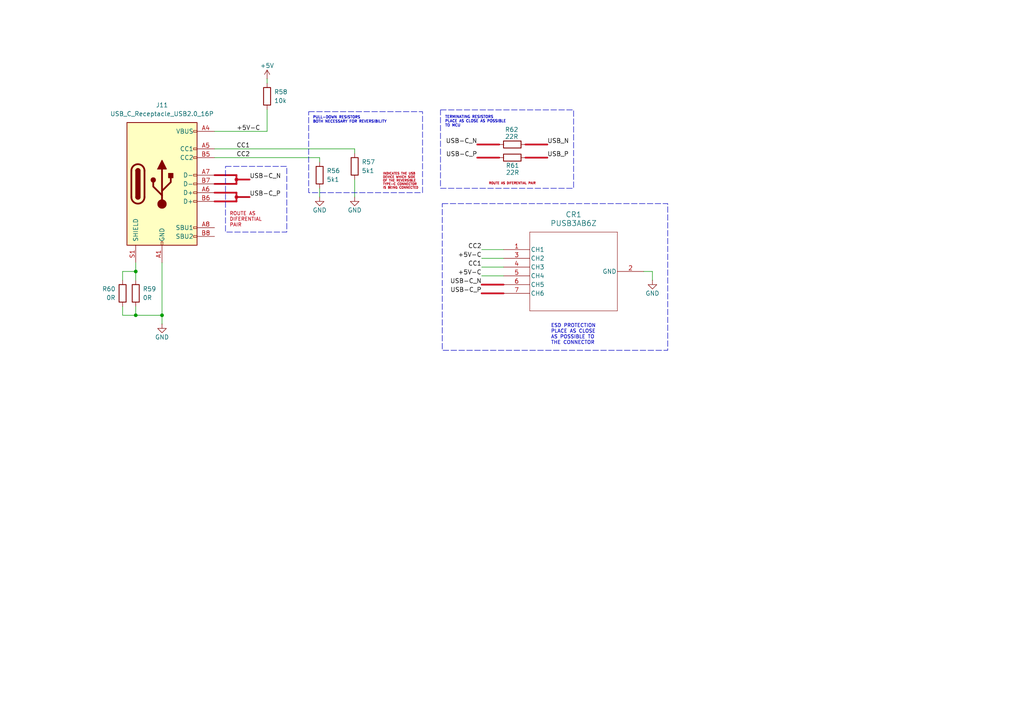
<source format=kicad_sch>
(kicad_sch (version 20231120) (generator "eeschema") (generator_version "8.0")
  (paper "A4")
  (lib_symbols
    (symbol "Connector:USB_C_Receptacle_USB2.0_16P" (pin_names (offset 1.016))
      (property "Reference" "J" (at 0 22.225 0))
      (property "Value" "USB_C_Receptacle_USB2.0_16P" (at 0 19.685 0))
      (symbol "USB_C_Receptacle_USB2.0_16P_0_0"
        (rectangle (start -0.254 -17.78) (end 0.254 -16.764))
        (rectangle (start 10.16 -14.986) (end 9.144 -15.494))
        (rectangle (start 10.16 -12.446) (end 9.144 -12.954))
        (rectangle (start 10.16 -4.826) (end 9.144 -5.334))
        (rectangle (start 10.16 -2.286) (end 9.144 -2.794))
        (rectangle (start 10.16 0.254) (end 9.144 -0.254))
        (rectangle (start 10.16 2.794) (end 9.144 2.286))
        (rectangle (start 10.16 7.874) (end 9.144 7.366))
        (rectangle (start 10.16 10.414) (end 9.144 9.906))
        (rectangle (start 10.16 15.494) (end 9.144 14.986))
      )
      (symbol "USB_C_Receptacle_USB2.0_16P_0_1"
        (rectangle (start -10.16 17.78) (end 10.16 -17.78) (stroke (width 0.254)) (fill (type background)))
        (arc (start -8.89 -3.81) (mid -6.985 -5.7067) (end -5.08 -3.81) (stroke (width 0.508)))
        (arc (start -7.62 -3.81) (mid -6.985 -4.4423) (end -6.35 -3.81) (stroke (width 0.254)))
        (arc (start -7.62 -3.81) (mid -6.985 -4.4423) (end -6.35 -3.81) (stroke (width 0.254)) (fill (type outline)))
        (rectangle (start -7.62 -3.81) (end -6.35 3.81) (stroke (width 0.254)) (fill (type outline)))
        (arc (start -6.35 3.81) (mid -6.985 4.4423) (end -7.62 3.81) (stroke (width 0.254)))
        (arc (start -6.35 3.81) (mid -6.985 4.4423) (end -7.62 3.81) (stroke (width 0.254)) (fill (type outline)))
        (arc (start -5.08 3.81) (mid -6.985 5.7067) (end -8.89 3.81) (stroke (width 0.508)))
        (circle (center -2.54 1.143) (radius 0.635) (stroke (width 0.254)) (fill (type outline)))
        (circle (center 0 -5.842) (radius 1.27) (fill (type outline)))
        (polyline (pts (xy -8.89 -3.81) (xy -8.89 3.81)) (stroke (width 0.508)))
        (polyline (pts (xy -5.08 3.81) (xy -5.08 -3.81)) (stroke (width 0.508)))
        (polyline (pts (xy 0 -5.842) (xy 0 4.318)) (stroke (width 0.508)))
        (polyline (pts (xy 0 -3.302) (xy -2.54 -0.762) (xy -2.54 0.508)) (stroke (width 0.508)))
        (polyline (pts (xy 0 -2.032) (xy 2.54 0.508) (xy 2.54 1.778)) (stroke (width 0.508)))
        (polyline (pts (xy -1.27 4.318) (xy 0 6.858) (xy 1.27 4.318) (xy -1.27 4.318)) (stroke (width 0.254)) (fill (type outline)))
        (rectangle (start 1.905 1.778) (end 3.175 3.048) (stroke (width 0.254)) (fill (type outline)))
      )
      (symbol "USB_C_Receptacle_USB2.0_16P_1_1"
        (pin passive line (at 0 -22.86 90) (length 5.08) (name "GND") (number "A1"))
        (pin passive line (at 0 -22.86 90) (length 5.08) hide (name "GND") (number "A12"))
        (pin passive line (at 15.24 15.24 180) (length 5.08) (name "VBUS") (number "A4"))
        (pin bidirectional line (at 15.24 10.16 180) (length 5.08) (name "CC1") (number "A5"))
        (pin bidirectional line (at 15.24 -2.54 180) (length 5.08) (name "D+") (number "A6"))
        (pin bidirectional line (at 15.24 2.54 180) (length 5.08) (name "D-") (number "A7"))
        (pin bidirectional line (at 15.24 -12.7 180) (length 5.08) (name "SBU1") (number "A8"))
        (pin passive line (at 15.24 15.24 180) (length 5.08) hide (name "VBUS") (number "A9"))
        (pin passive line (at 0 -22.86 90) (length 5.08) hide (name "GND") (number "B1"))
        (pin passive line (at 0 -22.86 90) (length 5.08) hide (name "GND") (number "B12"))
        (pin passive line (at 15.24 15.24 180) (length 5.08) hide (name "VBUS") (number "B4"))
        (pin bidirectional line (at 15.24 7.62 180) (length 5.08) (name "CC2") (number "B5"))
        (pin bidirectional line (at 15.24 -5.08 180) (length 5.08) (name "D+") (number "B6"))
        (pin bidirectional line (at 15.24 0 180) (length 5.08) (name "D-") (number "B7"))
        (pin bidirectional line (at 15.24 -15.24 180) (length 5.08) (name "SBU2") (number "B8"))
        (pin passive line (at 15.24 15.24 180) (length 5.08) hide (name "VBUS") (number "B9"))
        (pin passive line (at -7.62 -22.86 90) (length 5.08) (name "SHIELD") (number "S1"))
      )
    )
    (symbol "Device:R" (pin_numbers hide) (pin_names (offset 0))
      (property "Reference" "R" (at 2.032 0 90))
      (property "Value" "R" (at 0 0 90))
      (symbol "R_0_1"
        (rectangle (start -1.016 -2.54) (end 1.016 2.54) (stroke (width 0.254)))
      )
      (symbol "R_1_1"
        (pin passive line (at 0 3.81 270) (length 1.27) (name "~") (number "1"))
        (pin passive line (at 0 -3.81 90) (length 1.27) (name "~") (number "2"))
      )
    )
    (symbol "PUSB3AB6Z:PUSB3AB6Z" (pin_names (offset 0.254))
      (property "Reference" "CR1" (at 20.32 10.16 0))
      (property "Value" "PUSB3AB6Z" (at 20.32 7.62 0))
      (symbol "PUSB3AB6Z_0_1"
        (polyline (pts (xy 7.62 -17.78) (xy 33.02 -17.78)) (stroke (width 0.127)))
        (polyline (pts (xy 7.62 5.08) (xy 7.62 -17.78)) (stroke (width 0.127)))
        (polyline (pts (xy 33.02 -17.78) (xy 33.02 5.08)) (stroke (width 0.127)))
        (polyline (pts (xy 33.02 5.08) (xy 7.62 5.08)) (stroke (width 0.127)))
        (pin unspecified line (at 0 0 0) (length 7.62) (name "CH1") (number "1"))
        (pin unspecified line (at 40.64 -6.35 180) (length 7.62) (name "GND") (number "2"))
        (pin unspecified line (at 0 -2.54 0) (length 7.62) (name "CH2") (number "3"))
        (pin unspecified line (at 0 -5.08 0) (length 7.62) (name "CH3") (number "4"))
        (pin unspecified line (at 0 -7.62 0) (length 7.62) (name "CH4") (number "5"))
        (pin unspecified line (at 0 -10.16 0) (length 7.62) (name "CH5") (number "6"))
        (pin unspecified line (at 0 -12.7 0) (length 7.62) (name "CH6") (number "7"))
      )
    )
    (symbol "power:+5V" (power) (pin_numbers hide) (pin_names (offset 0) hide)
      (property "Value" "+5V" (at 0 3.556 0))
      (symbol "+5V_0_1"
        (polyline (pts (xy -0.762 1.27) (xy 0 2.54)))
        (polyline (pts (xy 0 0) (xy 0 2.54)))
        (polyline (pts (xy 0 2.54) (xy 0.762 1.27)))
      )
      (symbol "+5V_1_1"
        (pin power_in line (at 0 0 90) (length 0) (name "~") (number "1"))
      )
    )
    (symbol "power:GND" (power) (pin_numbers hide) (pin_names (offset 0) hide)
      (property "Value" "GND" (at 0 -3.81 0))
      (symbol "GND_0_1"
        (polyline (pts (xy 0 0) (xy 0 -1.27) (xy 1.27 -1.27) (xy 0 -2.54) (xy -1.27 -1.27) (xy 0 -1.27)))
      )
      (symbol "GND_1_1"
        (pin power_in line (at 0 0 270) (length 0) (name "~") (number "1"))
      )
    )
  )
  (junction (at 39.37 91.44))
  (junction (at 46.99 91.44))
  (junction (at 68.58 52.07) (color 190 7 24 1))
  (junction (at 39.37 78.74))
  (junction (at 68.58 57.15) (color 190 7 24 1))
  (wire (pts (xy 139.7 74.93) (xy 146.05 74.93)))
  (wire (pts (xy 139.7 80.01) (xy 146.05 80.01)))
  (wire (pts (xy 62.23 50.8) (xy 68.58 50.8)) (stroke (width 0.508) (color 190 7 24 1)))
  (wire (pts (xy 68.58 52.07) (xy 72.39 52.07)) (stroke (width 0.508) (color 190 7 24 1)))
  (wire (pts (xy 92.71 45.72) (xy 92.71 46.99)))
  (wire (pts (xy 35.56 88.9) (xy 35.56 91.44)))
  (wire (pts (xy 39.37 91.44) (xy 39.37 88.9)))
  (wire (pts (xy 35.56 78.74) (xy 39.37 78.74)))
  (wire (pts (xy 35.56 91.44) (xy 39.37 91.44)))
  (wire (pts (xy 68.58 55.88) (xy 68.58 57.15)) (stroke (width 0.508) (color 190 7 24 1)))
  (wire (pts (xy 39.37 91.44) (xy 46.99 91.44)))
  (wire (pts (xy 68.58 57.15) (xy 72.39 57.15)) (stroke (width 0.508) (color 190 7 24 1)))
  (wire (pts (xy 68.58 58.42) (xy 62.23 58.42)) (stroke (width 0.508) (color 190 7 24 1)))
  (wire (pts (xy 46.99 91.44) (xy 46.99 93.98)))
  (wire (pts (xy 92.71 54.61) (xy 92.71 57.15)))
  (wire (pts (xy 62.23 55.88) (xy 68.58 55.88)) (stroke (width 0.508) (color 190 7 24 1)))
  (wire (pts (xy 62.23 45.72) (xy 92.71 45.72)))
  (wire (pts (xy 68.58 53.34) (xy 62.23 53.34)) (stroke (width 0.508) (color 190 7 24 1)))
  (wire (pts (xy 138.43 41.91) (xy 144.78 41.91)) (stroke (width 0.508) (color 190 7 24 1)))
  (wire (pts (xy 102.87 43.18) (xy 102.87 44.45)))
  (wire (pts (xy 189.23 78.74) (xy 189.23 81.28)))
  (wire (pts (xy 68.58 52.07) (xy 68.58 53.34)) (stroke (width 0.508) (color 190 7 24 1)))
  (wire (pts (xy 139.7 82.55) (xy 146.05 82.55)) (stroke (width 0.508) (color 190 7 24 1)))
  (wire (pts (xy 152.4 45.72) (xy 158.75 45.72)) (stroke (width 0.508) (color 190 7 24 1)))
  (wire (pts (xy 139.7 85.09) (xy 146.05 85.09)) (stroke (width 0.508) (color 190 7 24 1)))
  (wire (pts (xy 152.4 41.91) (xy 158.75 41.91)) (stroke (width 0.508) (color 190 7 24 1)))
  (wire (pts (xy 68.58 50.8) (xy 68.58 52.07)) (stroke (width 0.508) (color 190 7 24 1)))
  (wire (pts (xy 139.7 72.39) (xy 146.05 72.39)))
  (wire (pts (xy 35.56 81.28) (xy 35.56 78.74)))
  (wire (pts (xy 139.7 77.47) (xy 146.05 77.47)))
  (wire (pts (xy 77.47 22.86) (xy 77.47 24.13)))
  (wire (pts (xy 102.87 52.07) (xy 102.87 57.15)))
  (wire (pts (xy 68.58 57.15) (xy 68.58 58.42)) (stroke (width 0.508) (color 190 7 24 1)))
  (wire (pts (xy 39.37 78.74) (xy 39.37 81.28)))
  (wire (pts (xy 77.47 38.1) (xy 62.23 38.1)))
  (wire (pts (xy 77.47 31.75) (xy 77.47 38.1)))
  (wire (pts (xy 186.69 78.74) (xy 189.23 78.74)))
  (wire (pts (xy 46.99 76.2) (xy 46.99 91.44)))
  (wire (pts (xy 62.23 43.18) (xy 102.87 43.18)))
  (wire (pts (xy 39.37 76.2) (xy 39.37 78.74)))
  (wire (pts (xy 138.43 45.72) (xy 144.78 45.72)) (stroke (width 0.508) (color 190 7 24 1)))
  (rectangle (start 65.405 48.26) (end 83.185 67.31) (stroke (width 0) (type dash)))
  (rectangle (start 89.535 32.385) (end 122.555 55.88) (stroke (width 0) (type dash)))
  (rectangle (start 127.762 31.877) (end 166.37 54.61) (stroke (width 0) (type dash)))
  (rectangle (start 128.27 59.055) (end 193.675 101.6) (stroke (width 0) (type dash)))
  (text "ROUTE AS DIFERENTIAL PAIR" (at 141.732 53.34 0) (effects (font (size 0.635 0.635)) (justify left)))
  (text "PULL-DOWN RESISTORS \nBOTH NECESSARY FOR REVERSIBILITY " (at 90.678 34.798 0) (effects (font (size 0.762 0.762)) (justify left)))
  (text "TERMINATING RESISTORS\nPLACE AS CLOSE AS POSSIBLE\nTO MCU" (at 129.032 35.306 0) (effects (font (size 0.762 0.762)) (justify left)))
  (text "ESD PROTECTION\nPLACE AS CLOSE \nAS POSSIBLE TO \nTHE CONNECTOR" (at 159.766 97.028 0) (effects (font (size 1.016 1.016)) (justify left)))
  (text "ROUTE AS\nDIFERENTIAL\nPAIR" (at 66.548 63.754 0) (effects (font (size 1.016 1.016)) (justify left)))
  (text "INDICATES THE USB \nDEVICE WHICH SIDE \nOF THE REVERSIBLE\nTYPE-C CONNECTOR\nIS BEING CONNECTED" (at 110.998 52.578 0) (effects (font (size 0.635 0.635)) (justify left)))
  (label "CC2" (at 68.58 45.72 0))
  (label "USB-C_P" (at 72.39 57.15 0))
  (label "+5V-C" (at 68.58 38.1 0))
  (label "USB-C_P" (at 138.43 45.72 180))
  (label "+5V-C" (at 139.7 74.93 180))
  (label "USB_N" (at 158.75 41.91 0))
  (label "USB-C_N" (at 138.43 41.91 180))
  (label "CC2" (at 139.7 72.39 180))
  (label "USB_P" (at 158.75 45.72 0))
  (label "USB-C_N" (at 139.7 82.55 180))
  (label "CC1" (at 68.58 43.18 0))
  (label "USB-C_P" (at 139.7 85.09 180))
  (label "USB-C_N" (at 72.39 52.07 0))
  (label "CC1" (at 139.7 77.47 180))
  (label "+5V-C" (at 139.7 80.01 180))
  (symbol (lib_id "Connector:USB_C_Receptacle_USB2.0_16P") (at 46.99 53.34 0) (unit 1)
    (property "Reference" "J11" (at 46.99 30.48 0))
    (property "Value" "USB_C_Receptacle_USB2.0_16P" (at 46.99 33.02 0))
    (property "Datasheet" "https://www.usb.org/sites/default/files/documents/usb_type-c.zip" (effects (hide yes)))
    (property "Description" "USB 2.0-only 16P Type-C Receptacle connector" (effects (hide yes)))
  )
  (symbol (lib_id "Device:R") (at 102.87 48.26 0) (unit 1)
    (property "Reference" "R57" (at 104.902 46.99 0) (effects (justify left)))
    (property "Value" "5k1" (at 104.902 49.53 0) (effects (justify left)))
    (property "Description" "Resistor" (effects (hide yes)))
  )
  (symbol (lib_id "Device:R") (at 35.56 85.09 0) (mirror y) (unit 1)
    (property "Reference" "R60" (at 33.528 83.82 0) (effects (justify left)))
    (property "Value" "0R" (at 33.528 86.36 0) (effects (justify left)))
    (property "Description" "Resistor" (effects (hide yes)))
  )
  (symbol (lib_id "power:+5V") (at 77.47 22.86 0) (unit 1)
    (property "Reference" "#PWR083" (effects (hide yes)))
    (property "Value" "+5V" (at 77.47 19.05 0))
    (property "Description" "Power symbol creates a global label with name \"+5V\"" (effects (hide yes)))
  )
  (symbol (lib_id "PUSB3AB6Z:PUSB3AB6Z") (at 146.05 72.39 0) (unit 1)
    (property "Reference" "CR1" (at 166.37 62.23 0) (effects (font (size 1.524 1.524))))
    (property "Value" "PUSB3AB6Z" (at 166.37 64.77 0) (effects (font (size 1.524 1.524))))
    (property "Footprint" "PUSB3AB6Z_NEX" (effects (hide yes)))
    (property "Datasheet" "PUSB3AB6Z" (effects (hide yes)))
  )
  (symbol (lib_id "power:GND") (at 102.87 57.15 0) (unit 1)
    (property "Reference" "#PWR085" (effects (hide yes)))
    (property "Value" "GND" (at 102.87 60.96 0))
    (property "Description" "Power symbol creates a global label with name \"GND\" , ground" (effects (hide yes)))
  )
  (symbol (lib_id "Device:R") (at 148.59 41.91 90) (unit 1)
    (property "Reference" "R62" (at 150.368 37.592 90) (effects (justify left)))
    (property "Value" "22R" (at 150.368 39.624 90) (effects (justify left)))
    (property "Description" "Resistor" (effects (hide yes)))
  )
  (symbol (lib_id "Device:R") (at 39.37 85.09 0) (unit 1)
    (property "Reference" "R59" (at 41.402 83.82 0) (effects (justify left)))
    (property "Value" "0R" (at 41.402 86.36 0) (effects (justify left)))
    (property "Description" "Resistor" (effects (hide yes)))
  )
  (symbol (lib_id "Device:R") (at 77.47 27.94 0) (unit 1)
    (property "Reference" "R58" (at 79.502 26.67 0) (effects (justify left)))
    (property "Value" "10k" (at 79.502 29.21 0) (effects (justify left)))
    (property "Description" "Resistor" (effects (hide yes)))
  )
  (symbol (lib_id "power:GND") (at 189.23 81.28 0) (unit 1)
    (property "Reference" "#PWR087" (effects (hide yes)))
    (property "Value" "GND" (at 189.23 85.09 0))
    (property "Description" "Power symbol creates a global label with name \"GND\" , ground" (effects (hide yes)))
  )
  (symbol (lib_id "Device:R") (at 148.59 45.72 90) (unit 1)
    (property "Reference" "R61" (at 150.622 48.006 90) (effects (justify left)))
    (property "Value" "22R" (at 150.622 50.038 90) (effects (justify left)))
    (property "Description" "Resistor" (effects (hide yes)))
  )
  (symbol (lib_id "power:GND") (at 46.99 93.98 0) (unit 1)
    (property "Reference" "#PWR086" (effects (hide yes)))
    (property "Value" "GND" (at 46.99 97.79 0))
    (property "Description" "Power symbol creates a global label with name \"GND\" , ground" (effects (hide yes)))
  )
  (symbol (lib_id "power:GND") (at 92.71 57.15 0) (unit 1)
    (property "Reference" "#PWR084" (effects (hide yes)))
    (property "Value" "GND" (at 92.71 60.96 0))
    (property "Description" "Power symbol creates a global label with name \"GND\" , ground" (effects (hide yes)))
  )
  (symbol (lib_id "Device:R") (at 92.71 50.8 0) (unit 1)
    (property "Reference" "R56" (at 94.742 49.53 0) (effects (justify left)))
    (property "Value" "5k1" (at 94.742 52.07 0) (effects (justify left)))
    (property "Description" "Resistor" (effects (hide yes)))
  )
)
</source>
